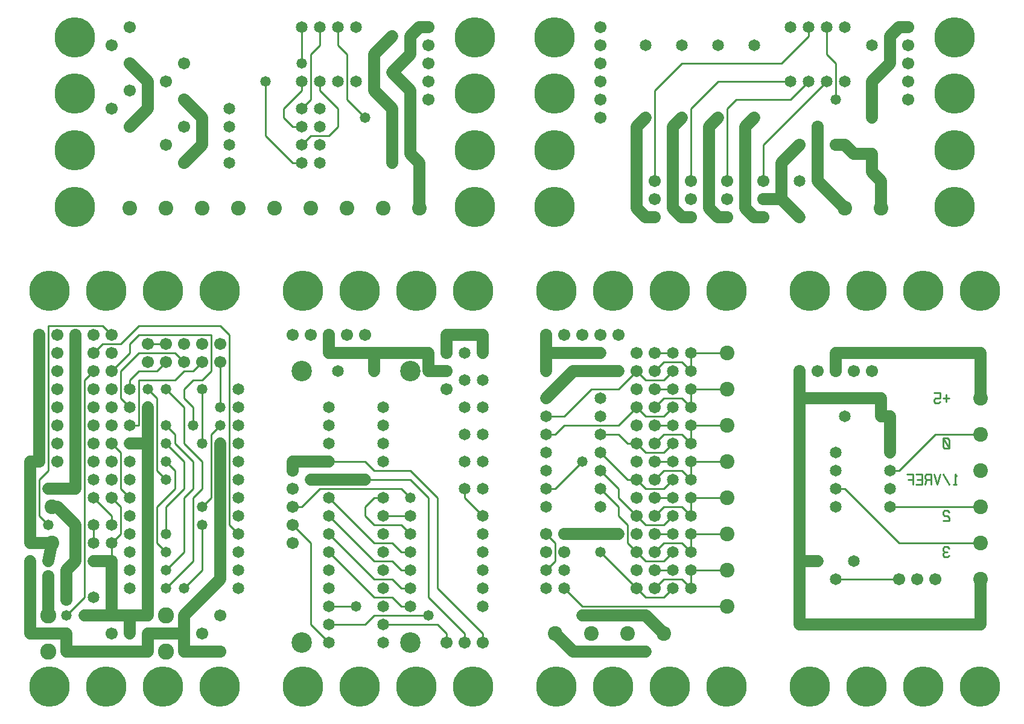
<source format=gbl>
%MOIN*%
%FSLAX25Y25*%
G04 D10 used for Character Trace; *
G04     Circle (OD=.01000) (No hole)*
G04 D11 used for Power Trace; *
G04     Circle (OD=.06700) (No hole)*
G04 D12 used for Signal Trace; *
G04     Circle (OD=.01100) (No hole)*
G04 D13 used for Via; *
G04     Circle (OD=.05800) (Round. Hole ID=.02800)*
G04 D14 used for Component hole; *
G04     Circle (OD=.06500) (Round. Hole ID=.03500)*
G04 D15 used for Component hole; *
G04     Circle (OD=.06700) (Round. Hole ID=.04300)*
G04 D16 used for Component hole; *
G04     Circle (OD=.08100) (Round. Hole ID=.05100)*
G04 D17 used for Component hole; *
G04     Circle (OD=.08900) (Round. Hole ID=.05900)*
G04 D18 used for Component hole; *
G04     Circle (OD=.11300) (Round. Hole ID=.08300)*
G04 D19 used for Component hole; *
G04     Circle (OD=.16000) (Round. Hole ID=.13000)*
G04 D20 used for Component hole; *
G04     Circle (OD=.18300) (Round. Hole ID=.15300)*
G04 D21 used for Component hole; *
G04     Circle (OD=.22291) (Round. Hole ID=.19291)*
%ADD10C,.01000*%
%ADD11C,.06700*%
%ADD12C,.01100*%
%ADD13C,.05800*%
%ADD14C,.06500*%
%ADD15C,.06700*%
%ADD16C,.08100*%
%ADD17C,.08900*%
%ADD18C,.11300*%
%ADD19C,.16000*%
%ADD20C,.18300*%
%ADD21C,.22291*%
%IPPOS*%
%LPD*%
G90*X0Y0D02*D11*X45000Y45000D02*X65000D01*        
Y35000D01*X75000D01*D14*D03*D11*X110000D01*       
Y45000D01*X130000D01*Y35000D01*X150000D01*D15*D03*
X140000Y45000D03*D11*X130000D02*Y55000D01*D17*    
X120000D03*Y35000D03*D11*X130000Y55000D02*        
X150000Y75000D01*Y95000D01*D13*D03*D11*Y150000D01*
D13*D03*D12*X145000Y120000D02*Y155000D01*         
X140000Y115000D02*X145000Y120000D01*D13*          
X140000Y115000D03*D12*X135000Y85000D02*Y120000D01*
X120000Y70000D02*X135000Y85000D01*D13*            
X120000Y70000D03*X130000D03*D12*X140000Y80000D01* 
Y105000D01*D13*D03*D12*X120000Y80000D02*          
X130000Y90000D01*D13*X120000Y80000D03*D12*        
X130000Y90000D02*Y120000D01*X135000Y125000D01*    
Y140000D01*X125000Y150000D01*Y155000D01*          
X120000Y160000D01*D13*D03*D12*X140000Y140000D02*  
X130000Y150000D01*X140000Y125000D02*Y140000D01*   
X135000Y120000D02*X140000Y125000D01*              
X120000Y115000D02*X130000Y125000D01*              
X120000Y100000D02*Y115000D01*D13*Y100000D03*D12*  
Y90000D02*X115000Y95000D01*D13*X120000Y90000D03*  
D12*X115000Y95000D02*Y115000D01*X125000Y125000D01*
Y135000D01*X120000Y140000D01*D13*D03*D12*         
Y130000D02*X115000Y135000D01*D13*                 
X120000Y130000D03*D12*X115000Y135000D02*          
Y175000D01*X110000Y180000D01*D13*D03*D12*         
X105000Y160000D02*Y185000D01*X100000Y160000D02*   
X105000D01*D14*X100000D03*D11*X110000Y55000D02*   
Y150000D01*X100000Y55000D02*X110000D01*           
X100000Y45000D02*Y55000D01*D13*Y45000D03*D11*     
X75000Y55000D02*X90000D01*D14*X75000D03*D15*      
X65000Y63700D03*D11*Y76700D01*D15*D03*D11*        
Y80000D01*X70000Y85000D01*Y105000D01*             
X60000Y115000D01*X57000D01*D16*D03*D12*           
X55000Y105000D02*X50000Y110000D01*D13*            
X55000Y105000D03*D12*X50000Y110000D02*Y130000D01* 
X55000Y135000D01*Y215000D01*X85000D01*            
X90000Y210000D01*D15*D03*D12*X85000Y205000D02*    
X95000D01*X80000Y200000D02*X85000Y205000D01*D15*  
X80000Y200000D03*X90000Y190000D03*D12*            
X100000Y200000D01*Y205000D01*X105000Y210000D01*   
X145000D01*Y190000D01*X140000Y185000D01*          
X135000D01*X130000Y180000D01*Y175000D01*          
X135000Y170000D01*Y160000D01*D13*D03*D12*         
X145000Y155000D02*X150000Y160000D01*D13*D03*D14*  
X160000Y150000D03*Y170000D03*D13*                 
X140000Y150000D03*D12*Y180000D01*D13*D03*         
X150000Y170000D03*D12*Y195000D01*D15*D03*         
X140000Y205000D03*X150000D03*X140000Y195000D03*   
D12*X135000Y190000D01*X130000D01*                 
X125000Y185000D01*X105000D01*D14*                 
X100000Y180000D03*D12*Y185000D01*                 
X105000Y190000D01*X115000D01*X120000Y195000D01*   
D15*D03*D12*X130000D02*X125000Y200000D01*D15*     
X130000Y195000D03*D12*X105000Y200000D02*          
X125000D01*X95000Y190000D02*X105000Y200000D01*    
X95000Y175000D02*Y190000D01*X100000Y170000D02*    
X95000Y175000D01*D14*X100000Y170000D03*D15*       
X90000Y180000D03*Y160000D03*D13*X110000Y170000D03*
D11*Y150000D01*X100000D01*D14*D03*D12*            
X95000Y125000D02*Y145000D01*X100000Y120000D02*    
X95000Y125000D01*D14*X100000Y120000D03*D12*       
X95000Y100000D02*Y115000D01*X90000Y95000D02*      
X95000Y100000D01*D14*X90000Y95000D03*D12*         
Y85000D01*D15*D03*D11*Y55000D01*X100000D01*D15*   
X90000Y45000D03*D14*X100000Y70000D03*             
X80000Y65000D03*D12*X65000Y55000D02*              
X75000Y65000D01*D13*X65000Y55000D03*D12*          
X75000Y65000D02*Y185000D01*X80000Y190000D01*D15*  
D03*X90000Y200000D03*X70000D03*D11*Y190000D01*D15*
D03*D11*Y180000D01*D15*D03*D11*Y170000D01*D15*D03*
D11*Y160000D01*D15*D03*D11*Y150000D01*D15*D03*D11*
Y140000D01*D15*D03*D11*Y125000D01*X55000D01*D13*  
D03*D15*X60000Y140000D03*X50000D03*D11*X45000D01* 
Y95000D01*X57000D01*D16*D03*D11*X55000Y85000D01*  
D13*D03*X45000D03*D11*Y45000D01*D17*              
X55000Y35000D03*Y55000D03*D11*Y63700D01*D15*D03*  
D11*Y76700D01*D15*D03*D14*X80000Y85000D03*D11*    
X90000D01*D14*X80000Y95000D03*D12*Y105000D01*D14* 
D03*X90000D03*D12*Y110000D01*X80000Y120000D01*D14*
D03*D15*X90000Y130000D03*Y120000D03*D12*          
X95000Y115000D01*D14*X100000Y110000D03*           
X80000Y130000D03*X100000D03*Y100000D03*Y140000D03*
D15*X90000D03*D14*X100000Y90000D03*D15*           
X80000Y140000D03*D12*X95000Y145000D02*            
X90000Y150000D01*D15*D03*X80000Y160000D03*        
Y150000D03*X90000Y170000D03*X80000D03*D13*        
X120000Y180000D03*D12*X130000Y170000D01*          
Y150000D01*D13*X120000D03*D12*X130000Y140000D01*  
Y125000D01*X160000Y100000D02*X155000Y105000D01*   
D14*X160000Y100000D03*D12*X155000Y105000D02*      
Y210000D01*X150000Y215000D01*X105000D01*          
X95000Y205000D01*D15*X110000Y195000D03*           
X80000Y210000D03*X110000Y205000D03*D12*X120000D01*
D15*D03*X130000D03*D21*X149375Y234375D03*         
X118125D03*X86875D03*D14*X160000Y180000D03*D15*   
X80000D03*D14*X160000Y160000D03*D15*              
X70000Y210000D03*D11*Y200000D01*D15*              
X60000Y210000D03*Y190000D03*Y200000D03*           
X50000Y180000D03*D11*Y170000D01*D15*D03*D11*      
Y160000D01*D15*D03*D11*Y150000D01*D15*D03*D11*    
Y140000D01*D15*X60000Y150000D03*Y160000D03*       
Y170000D03*Y180000D03*D11*X50000D02*Y190000D01*   
D15*D03*D11*Y200000D01*D15*D03*D11*Y210000D01*D15*
D03*D21*X55625Y234375D03*D14*X160000Y110000D03*   
Y120000D03*Y130000D03*Y140000D03*Y90000D03*       
X100000Y80000D03*X160000D03*Y70000D03*D15*        
X150000Y55000D03*D21*X55625Y15625D03*X86875D03*   
X118125D03*X149375D03*G90*X0Y0D02*D15*            
X190000Y95000D03*Y105000D03*D12*X200000Y95000D01* 
Y50000D01*X210000Y40000D01*D14*D03*Y50000D03*D12* 
X230000D01*X235000Y55000D01*X265000D01*D13*D03*   
D12*X275000Y45000D02*X270000Y50000D01*            
X275000Y40000D02*Y45000D01*D15*Y40000D03*         
X285000D03*D12*Y45000D01*X265000Y65000D01*        
Y120000D01*X255000Y130000D01*X230000D01*D13*D03*  
D11*X200000D01*D13*D03*D12*X195000Y115000D02*     
X205000Y125000D01*X190000Y115000D02*X195000D01*   
D15*X190000D03*Y125000D03*D12*X205000D02*         
X250000D01*X255000Y120000D01*D13*D03*D14*         
Y110000D03*D12*X240000D01*D14*D03*D12*            
X235000Y105000D02*X250000D01*X255000Y100000D01*   
D14*D03*D12*X250000Y90000D02*X255000D01*D14*D03*  
D12*X250000D02*X245000Y95000D01*X235000D01*       
X210000Y120000D01*D14*D03*Y110000D03*D12*         
X235000Y85000D01*X245000D01*X250000Y80000D01*     
X255000D01*D14*D03*D12*X250000Y70000D02*          
X255000D01*D14*D03*D12*X250000D02*                
X245000Y75000D01*X235000D01*X210000Y100000D01*D14*
D03*Y90000D03*D12*X235000Y65000D01*X245000D01*    
X250000Y60000D01*X255000D01*D14*D03*D12*          
X240000Y50000D02*X270000D01*D14*X240000D03*       
Y60000D03*Y40000D03*D18*X255000D03*D13*           
X225000Y60000D03*D12*X210000D01*D14*D03*Y70000D03*
D18*X195000Y40000D03*D14*X210000Y80000D03*        
X240000Y90000D03*Y70000D03*Y80000D03*Y100000D03*  
D12*X235000Y105000D02*X230000Y110000D01*          
Y115000D01*X235000Y120000D01*X240000D01*D14*D03*  
D12*X270000D02*X255000Y135000D01*X270000Y70000D02*
Y120000D01*X295000Y45000D02*X270000Y70000D01*     
X295000Y40000D02*Y45000D01*D15*Y40000D03*D14*     
Y60000D03*D21*X289375Y15625D03*D14*               
X295000Y70000D03*D21*X258125Y15625D03*D14*        
X295000Y80000D03*Y90000D03*Y100000D03*Y110000D03* 
D12*X285000Y120000D01*Y125000D01*D14*D03*         
X295000D03*Y140000D03*X285000D03*                 
X295000Y155000D03*D12*X235000Y135000D02*          
X255000D01*X235000D02*X230000Y140000D01*          
X210000D01*D14*D03*D11*X190000D01*Y135000D01*D15* 
D03*D14*X210000Y150000D03*Y160000D03*Y170000D03*  
X240000Y140000D03*Y150000D03*Y160000D03*          
Y170000D03*X235000Y190000D03*D11*Y200000D01*      
X210000D01*Y210000D01*D15*D03*X220000D03*         
X200000D03*D18*X195000Y190000D03*D15*             
X230000Y210000D03*X190000D03*D14*                 
X215000Y190000D03*D21*X226875Y234375D03*D11*      
X235000Y200000D02*X265000D01*Y190000D01*          
X275000D01*D15*D03*D14*X285000Y200000D03*         
Y185000D03*D15*X275000Y200000D03*D11*Y210000D01*  
X295000D01*Y200000D01*D14*D03*Y185000D03*D15*     
X275000Y180000D03*D14*X285000Y170000D03*          
X295000D03*D21*X258125Y234375D03*X289375D03*D18*  
X255000Y190000D03*D14*X285000Y155000D03*D21*      
X195625Y234375D03*Y15625D03*X226875D03*G90*       
X0Y0D02*D14*X330000Y70000D03*Y80000D03*D12*       
X335000Y85000D01*Y95000D01*X330000Y100000D01*D15* 
D03*X340000Y90000D03*Y100000D03*D11*X370000D01*   
D13*D03*D12*X380000Y90000D02*X375000Y95000D01*D15*
X380000Y90000D03*D12*X385000Y85000D01*X395000D01* 
X400000Y90000D01*D14*D03*D12*X410000D02*          
X405000Y95000D01*D14*X410000Y90000D03*D12*        
Y100000D01*D14*D03*D12*X430000D01*D16*D03*D14*    
X410000Y120000D03*D12*Y110000D01*D14*D03*D12*     
X405000Y115000D01*X395000D01*X390000Y110000D01*   
D15*D03*D12*X385000Y105000D02*X395000D01*         
X385000D02*X380000Y110000D01*D15*D03*D12*         
X370000Y120000D01*Y125000D01*X360000Y135000D01*   
D14*D03*D13*X350000Y140000D03*D12*                
X335000Y125000D01*X330000D01*D14*D03*Y135000D03*  
Y115000D03*Y145000D03*X360000Y155000D03*D12*      
X370000D01*X375000Y150000D01*X380000D01*D15*D03*  
D12*X385000Y145000D01*X395000D01*                 
X400000Y150000D01*D14*D03*D12*X410000D02*         
X405000Y155000D01*D14*X410000Y150000D03*D12*      
Y160000D01*D14*D03*D12*X430000D01*D16*D03*D14*    
X410000Y180000D03*D12*Y170000D01*D14*D03*D12*     
X405000Y175000D01*X395000D01*X390000Y170000D01*   
D15*D03*D12*X385000Y165000D02*X395000D01*         
X385000D02*X380000Y170000D01*D15*D03*D12*         
X370000Y160000D01*X340000D01*X335000Y155000D01*   
X330000D01*D14*D03*D12*Y165000D02*X340000D01*D14* 
X330000D03*D12*X340000D02*X355000Y180000D01*      
X370000D01*X380000Y190000D01*D15*D03*D12*         
X385000Y185000D01*X395000D01*X400000Y190000D01*   
D14*D03*D12*X410000D02*X405000Y195000D01*D14*     
X410000Y190000D03*D12*Y200000D01*D14*D03*D12*     
X430000D01*D16*D03*D12*X410000Y180000D02*         
X430000D01*D16*D03*D12*X395000Y155000D02*         
X405000D01*X390000Y150000D02*X395000Y155000D01*   
D15*X390000Y150000D03*D14*X400000Y140000D03*D12*  
X390000D01*D15*D03*D12*Y130000D02*                
X395000Y135000D01*D15*X390000Y130000D03*D12*      
X385000Y125000D02*X395000D01*X385000D02*          
X380000Y130000D01*D15*D03*D12*X375000D01*         
X360000Y145000D01*D14*D03*D15*X380000Y140000D03*  
D14*X360000Y165000D03*Y125000D03*D12*             
X370000Y115000D01*Y110000D01*X375000Y105000D01*   
Y95000D01*D15*X380000Y100000D03*X390000Y80000D03* 
D12*X400000D01*D14*D03*D12*X410000Y70000D02*      
X405000Y75000D01*D14*X410000Y70000D03*D12*        
Y80000D01*D14*D03*D12*X430000D01*D16*D03*         
Y60000D03*D12*X350000D01*X340000Y70000D01*D14*D03*
Y80000D03*D13*X350000Y55000D03*D11*X385000D01*    
X395000Y45000D01*D16*D03*D13*X385000Y35000D03*D11*
X345000D01*X335000Y45000D01*D16*D03*X355000D03*   
D21*X366875Y15625D03*X335625D03*D16*              
X375000Y45000D03*D13*X360000Y90000D03*D12*        
X380000Y70000D01*D15*D03*D12*X385000Y65000D01*    
X395000D01*X400000Y70000D01*D14*D03*D12*          
X395000Y75000D02*X405000D01*X390000Y70000D02*     
X395000Y75000D01*D15*X390000Y70000D03*            
X380000Y80000D03*X390000Y90000D03*D12*            
X395000Y95000D01*X405000D01*D14*X400000Y100000D03*
D12*X390000D01*D15*D03*D12*X395000Y105000D02*     
X400000Y110000D01*D14*D03*D12*X410000Y120000D02*  
X430000D01*D16*D03*D14*X410000Y140000D03*D12*     
Y130000D01*D14*D03*D12*X405000Y135000D01*         
X395000D01*D14*X400000Y130000D03*D12*             
X395000Y125000D01*D14*X400000Y120000D03*D12*      
X390000D01*D15*D03*X380000D03*D12*                
X410000Y140000D02*X430000D01*D16*D03*D14*         
X400000Y170000D03*D12*X395000Y165000D01*D14*      
X400000Y160000D03*D12*X390000D01*D15*D03*         
X380000D03*D14*X400000Y180000D03*D12*X390000D01*  
D15*D03*Y190000D03*D12*X395000Y195000D01*         
X405000D01*D14*X400000Y200000D03*D12*X390000D01*  
D15*D03*X380000D03*X370000Y210000D03*             
X380000Y180000D03*D13*X370000Y190000D03*D11*      
X350000D01*D14*D03*D11*X345000D01*                
X330000Y175000D01*D14*D03*Y190000D03*D11*         
Y200000D01*X360000D01*D13*D03*D15*                
X350000Y210000D03*X360000D03*X340000D03*D14*      
X360000Y175000D03*D15*X330000Y210000D03*D11*      
Y200000D01*D21*X366875Y234375D03*X335625D03*      
X398125D03*D14*X360000Y115000D03*D21*             
X429375Y234375D03*D15*X330000Y90000D03*D21*       
X398125Y15625D03*X429375D03*G90*X0Y0D02*D11*      
X470000Y50000D02*X570000D01*Y75000D01*D16*D03*D10*
X552511Y91914D02*X551674Y92871D01*X550000D01*     
X549163Y91914D01*Y90957D01*X550000Y90000D01*      
X551674D01*X550000D02*X549163Y89043D01*Y88086D01* 
X550000Y87129D01*X551674D01*X552511Y88086D01*D16* 
X570000Y95000D03*D12*X525000D01*X495000Y125000D01*
X490000D01*D14*D03*Y135000D03*Y115000D03*         
Y145000D03*X520000Y115000D03*D12*X570000D01*D16*  
D03*Y135000D03*D10*X552511Y111914D02*             
X551674Y112871D01*X550000D01*X549163Y111914D01*   
Y110957D01*X550000Y110000D01*X551674D01*          
X552511Y109043D01*Y107129D01*X549163D01*          
Y148086D02*X550000Y147129D01*X551674D01*          
X552511Y148086D01*Y151914D01*X551674Y152871D01*   
X550000D01*X549163Y151914D01*Y148086D01*          
X552511Y147129D02*X549163Y152871D01*D15*          
X535000Y75000D03*X545000D03*D10*X556674Y131914D02*
X555837Y132871D01*Y127129D01*X556674D02*          
X555000D01*X552511D02*X549163Y132871D01*          
X547511D02*X545837Y127129D01*X544163Y132871D01*   
X542511Y127129D02*Y132871D01*X540000D01*          
X539163Y131914D01*Y130957D01*X540000Y130000D01*   
X542511D01*X540000D02*X539163Y127129D01*          
X534163D02*X537511D01*Y132871D01*X534163D01*      
X537511Y130000D02*X535000D01*X532511Y127129D02*   
Y132871D01*X529163D01*X532511Y130000D02*          
X530000D01*D16*X570000Y155000D03*D12*X545000D01*  
X525000Y135000D01*X520000D01*D14*D03*Y145000D03*  
D11*Y165000D01*X515000D01*D14*D03*D11*Y175000D01* 
X470000D01*Y85000D01*Y50000D01*D14*               
X490000Y75000D03*D12*X525000D01*D15*D03*D14*      
X500000Y85000D03*X480000D03*D11*X470000D01*D14*   
X520000Y125000D03*D21*X538125Y15625D03*X475625D03*
X506875D03*D14*X495000Y165000D03*D10*             
X552511Y175000D02*X549163D01*X550837Y176914D02*   
Y173086D01*X544163Y177871D02*X547511D01*          
Y175000D01*X545000D01*X544163Y174043D01*          
Y173086D01*X545000Y172129D01*X546674D01*          
X547511Y173086D01*D11*X470000Y175000D02*          
Y190000D01*D15*D03*X480000D03*X490000D03*D11*     
Y200000D01*X570000D01*Y175000D01*D16*D03*D15*     
X510000Y190000D03*D21*X569375Y234375D03*          
X538125D03*X506875D03*D15*X500000Y190000D03*D21*  
X475625Y234375D03*X569375Y15625D03*G90*X0Y0D02*   
D16*X260000Y280000D03*D11*Y305000D01*             
X255000Y310000D01*Y345000D01*X245000Y355000D01*   
D14*D03*D11*X255000Y365000D01*Y375000D01*         
X260000Y380000D01*X265000D01*D15*D03*Y370000D03*  
Y360000D03*D14*X245000Y375000D03*D11*             
X235000Y365000D01*Y345000D01*X245000Y335000D01*   
D14*D03*D11*Y325000D01*D14*D03*D11*Y315000D01*D14*
D03*D11*Y305000D01*D14*D03*D16*X220000Y280000D03* 
X240000D03*D13*X230000Y330000D03*D12*             
X220000Y340000D01*Y365000D01*X215000Y370000D01*   
Y380000D01*D14*D03*D12*X200000Y365000D02*         
X205000Y370000D01*X200000Y365000D02*Y340000D01*   
X195000Y335000D01*D14*D03*X205000Y325000D03*D12*  
Y350000D02*Y345000D01*D14*Y350000D03*D12*         
Y345000D02*X215000Y335000D01*Y325000D01*          
X210000Y320000D01*X200000D01*X195000Y315000D01*   
D14*D03*X205000Y305000D03*D12*X175000Y320000D02*  
X190000Y305000D01*X175000Y350000D02*Y320000D01*   
D13*Y350000D03*D12*X185000Y335000D02*Y330000D01*  
X190000Y325000D01*X195000D01*D14*D03*             
X205000Y315000D03*Y335000D03*D12*X185000D02*      
X195000Y345000D01*Y350000D01*D14*D03*D13*         
Y360000D03*D12*Y380000D01*D14*D03*D12*X205000D02* 
Y370000D01*D14*Y380000D03*X225000D03*             
X215000Y350000D03*X225000D03*X155000Y335000D03*   
Y325000D03*D15*X265000Y340000D03*Y350000D03*D11*  
X130000Y305000D02*X140000Y315000D01*D15*          
X130000Y305000D03*D11*X140000Y330000D02*          
Y315000D01*X130000Y340000D02*X140000Y330000D01*   
D15*X130000Y340000D03*X120000Y350000D03*          
X130000Y325000D03*D11*X100000Y360000D02*          
X110000Y350000D01*D15*X100000Y360000D03*D11*      
X110000Y350000D02*Y335000D01*X100000Y325000D01*   
D15*D03*X90000Y335000D03*X120000Y315000D03*       
X100000Y345000D03*D21*X69375Y343125D03*Y311875D03*
D15*X130000Y360000D03*D21*X69375Y280625D03*D16*   
X100000Y280000D03*D15*X90000Y370000D03*D16*       
X120000Y280000D03*X140000D03*D21*X69375Y374375D03*
D14*X155000Y305000D03*Y315000D03*D15*             
X100000Y380000D03*D16*X160000Y280000D03*          
X180000D03*D12*X190000Y305000D02*X195000D01*D14*  
D03*D16*X200000Y280000D03*D21*X290625Y280625D03*  
Y311875D03*Y343125D03*Y374375D03*G90*X0Y0D02*     
X334375Y280625D03*Y311875D03*Y343125D03*D15*      
X360000Y360000D03*Y330000D03*Y340000D03*          
Y350000D03*Y370000D03*D21*X334375Y374375D03*D15*  
X360000Y380000D03*D11*X380000Y325000D02*          
Y280000D01*Y325000D02*X385000Y330000D01*D14*D03*  
D11*X400000Y325000D02*Y280000D01*                 
X405000Y275000D01*X410000D01*D15*D03*Y285000D03*  
D11*X420000Y325000D02*Y280000D01*Y325000D02*      
X425000Y330000D01*D14*D03*D12*X430000Y335000D02*  
Y295000D01*D15*D03*Y285000D03*D11*                
X420000Y280000D02*X425000Y275000D01*X430000D01*   
D15*D03*D11*X440000Y325000D02*Y280000D01*         
Y325000D02*X445000Y330000D01*D14*D03*D12*         
X430000Y335000D02*X435000Y340000D01*X465000D01*   
X475000Y350000D01*D14*D03*X485000D03*D12*         
X450000Y315000D01*Y295000D01*D15*D03*D11*         
Y285000D02*X460000D01*D15*X450000D03*D11*         
X440000Y280000D02*X445000Y275000D01*X450000D01*   
D15*D03*D11*X460000Y305000D02*Y285000D01*         
Y305000D02*X470000Y315000D01*D15*D03*             
X480000Y325000D03*D11*Y295000D01*                 
X495000Y280000D01*D16*D03*D11*X510000Y310000D02*  
Y300000D01*D14*Y310000D03*D11*X500000D01*         
X495000Y315000D01*X490000D01*D15*D03*D14*         
X470000Y295000D03*D11*X510000Y300000D02*          
X515000Y295000D01*Y280000D01*D16*D03*D21*         
X555625Y280625D03*Y311875D03*D14*                 
X470000Y275000D03*D11*X460000Y285000D01*D12*      
X410000Y335000D02*Y295000D01*D15*D03*             
X390000Y275000D03*D11*X385000D01*                 
X380000Y280000D01*D15*X390000Y285000D03*          
Y295000D03*D12*Y345000D01*X405000Y360000D01*      
X460000D01*X475000Y375000D01*Y380000D01*D14*D03*  
X485000D03*D12*Y365000D01*X490000Y360000D01*      
Y340000D01*D13*D03*D14*X495000Y350000D03*         
X510000Y330000D03*D11*Y350000D01*D14*D03*D11*     
X520000Y360000D01*Y375000D01*X525000Y380000D01*   
X530000D01*D15*D03*Y370000D03*Y360000D03*D14*     
X510000Y370000D03*D21*X555625Y374375D03*D15*      
X530000Y350000D03*D14*X495000Y380000D03*D21*      
X555625Y343125D03*D15*X530000Y340000D03*D14*      
X465000Y380000D03*Y350000D03*D12*X425000D01*      
X410000Y335000D01*D14*X405000Y330000D03*D11*      
X400000Y325000D01*D14*X445000Y370000D03*          
X425000D03*X405000D03*X385000D03*M02*             

</source>
